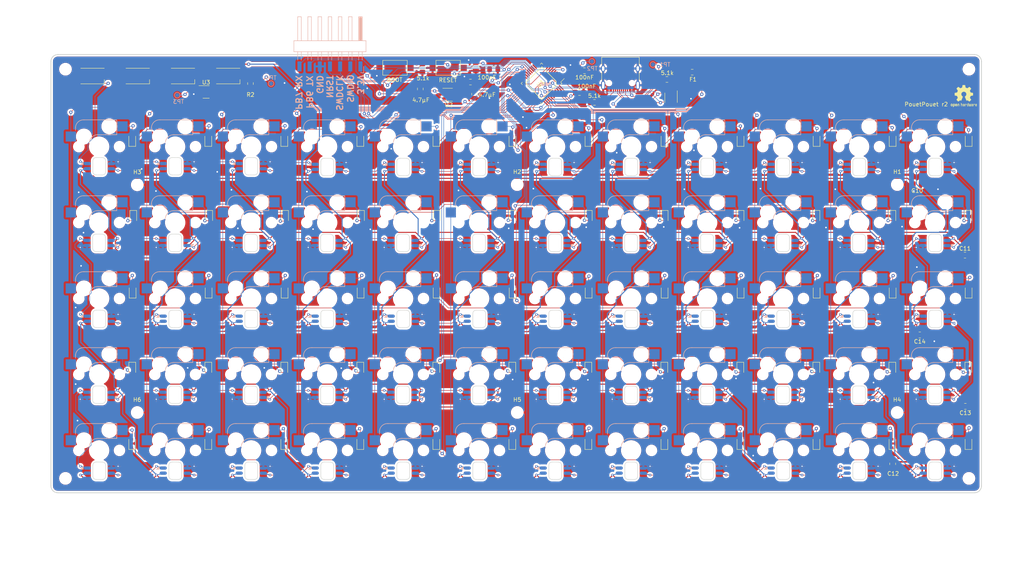
<source format=kicad_pcb>
(kicad_pcb (version 20211014) (generator pcbnew)

  (general
    (thickness 1.6)
  )

  (paper "A3")
  (title_block
    (comment 4 "AISLER Project ID: DXPKZOPX")
  )

  (layers
    (0 "F.Cu" signal)
    (31 "B.Cu" signal)
    (32 "B.Adhes" user "B.Adhesive")
    (33 "F.Adhes" user "F.Adhesive")
    (34 "B.Paste" user)
    (35 "F.Paste" user)
    (36 "B.SilkS" user "B.Silkscreen")
    (37 "F.SilkS" user "F.Silkscreen")
    (38 "B.Mask" user)
    (39 "F.Mask" user)
    (40 "Dwgs.User" user "User.Drawings")
    (41 "Cmts.User" user "User.Comments")
    (42 "Eco1.User" user "User.Eco1")
    (43 "Eco2.User" user "User.Eco2")
    (44 "Edge.Cuts" user)
    (45 "Margin" user)
    (46 "B.CrtYd" user "B.Courtyard")
    (47 "F.CrtYd" user "F.Courtyard")
    (48 "B.Fab" user)
    (49 "F.Fab" user)
  )

  (setup
    (stackup
      (layer "F.SilkS" (type "Top Silk Screen"))
      (layer "F.Paste" (type "Top Solder Paste"))
      (layer "F.Mask" (type "Top Solder Mask") (thickness 0.01))
      (layer "F.Cu" (type "copper") (thickness 0.035))
      (layer "dielectric 1" (type "core") (thickness 1.51) (material "FR4") (epsilon_r 4.5) (loss_tangent 0.02))
      (layer "B.Cu" (type "copper") (thickness 0.035))
      (layer "B.Mask" (type "Bottom Solder Mask") (color "Black") (thickness 0.01))
      (layer "B.Paste" (type "Bottom Solder Paste"))
      (layer "B.SilkS" (type "Bottom Silk Screen"))
      (copper_finish "ENIG")
      (dielectric_constraints no)
    )
    (pad_to_mask_clearance 0)
    (grid_origin 158.1021 86.231)
    (pcbplotparams
      (layerselection 0x00010f0_ffffffff)
      (disableapertmacros false)
      (usegerberextensions true)
      (usegerberattributes false)
      (usegerberadvancedattributes false)
      (creategerberjobfile false)
      (svguseinch false)
      (svgprecision 6)
      (excludeedgelayer true)
      (plotframeref false)
      (viasonmask false)
      (mode 1)
      (useauxorigin false)
      (hpglpennumber 1)
      (hpglpenspeed 20)
      (hpglpendiameter 15.000000)
      (dxfpolygonmode true)
      (dxfimperialunits true)
      (dxfusepcbnewfont true)
      (psnegative false)
      (psa4output false)
      (plotreference true)
      (plotvalue true)
      (plotinvisibletext false)
      (sketchpadsonfab false)
      (subtractmaskfromsilk true)
      (outputformat 1)
      (mirror false)
      (drillshape 0)
      (scaleselection 1)
      (outputdirectory "/tmp/gerber/")
    )
  )

  (net 0 "")
  (net 1 "GND")
  (net 2 "D+")
  (net 3 "Net-(J1-PadB5)")
  (net 4 "D-")
  (net 5 "Net-(J1-PadA5)")
  (net 6 "SWDIO")
  (net 7 "SWDCLK")
  (net 8 "COL4")
  (net 9 "COL5")
  (net 10 "COL2")
  (net 11 "COL6")
  (net 12 "COL3")
  (net 13 "COL1")
  (net 14 "Net-(R1-Pad1)")
  (net 15 "ROW1")
  (net 16 "ROW2")
  (net 17 "ROW3")
  (net 18 "ROW4")
  (net 19 "Net-(D26-Pad2)")
  (net 20 "Net-(D36-Pad2)")
  (net 21 "Net-(D35-Pad2)")
  (net 22 "Net-(D34-Pad2)")
  (net 23 "Net-(D33-Pad2)")
  (net 24 "Net-(D25-Pad2)")
  (net 25 "Net-(D24-Pad2)")
  (net 26 "Net-(D23-Pad2)")
  (net 27 "Net-(D21-Pad2)")
  (net 28 "Net-(D19-Pad2)")
  (net 29 "Net-(D16-Pad2)")
  (net 30 "Net-(D14-Pad2)")
  (net 31 "Net-(D12-Pad2)")
  (net 32 "Net-(D11-Pad2)")
  (net 33 "Net-(D15-Pad2)")
  (net 34 "Net-(D17-Pad2)")
  (net 35 "Net-(D13-Pad2)")
  (net 36 "Net-(D18-Pad2)")
  (net 37 "Net-(D22-Pad2)")
  (net 38 "Net-(D27-Pad2)")
  (net 39 "Net-(D28-Pad2)")
  (net 40 "Net-(D29-Pad2)")
  (net 41 "Net-(D31-Pad2)")
  (net 42 "Net-(D32-Pad2)")
  (net 43 "Net-(D37-Pad2)")
  (net 44 "Net-(D38-Pad2)")
  (net 45 "Net-(D39-Pad2)")
  (net 46 "Net-(D41-Pad2)")
  (net 47 "Net-(D42-Pad2)")
  (net 48 "Net-(D43-Pad2)")
  (net 49 "Net-(D44-Pad2)")
  (net 50 "Net-(D45-Pad2)")
  (net 51 "Net-(D46-Pad2)")
  (net 52 "Net-(D47-Pad2)")
  (net 53 "Net-(D48-Pad2)")
  (net 54 "Net-(D49-Pad2)")
  (net 55 "Net-(D51-Pad2)")
  (net 56 "ROW5")
  (net 57 "Net-(D52-Pad2)")
  (net 58 "Net-(D53-Pad2)")
  (net 59 "Net-(D54-Pad2)")
  (net 60 "Net-(D55-Pad2)")
  (net 61 "Net-(D56-Pad2)")
  (net 62 "Net-(D57-Pad2)")
  (net 63 "Net-(D58-Pad2)")
  (net 64 "Net-(D59-Pad2)")
  (net 65 "Net-(D110-Pad2)")
  (net 66 "Net-(D111-Pad2)")
  (net 67 "Net-(D112-Pad2)")
  (net 68 "Net-(D210-Pad2)")
  (net 69 "Net-(D211-Pad2)")
  (net 70 "Net-(D212-Pad2)")
  (net 71 "Net-(D310-Pad2)")
  (net 72 "Net-(D311-Pad2)")
  (net 73 "Net-(D312-Pad2)")
  (net 74 "Net-(D410-Pad2)")
  (net 75 "Net-(D411-Pad2)")
  (net 76 "Net-(D412-Pad2)")
  (net 77 "Net-(D510-Pad2)")
  (net 78 "Net-(D511-Pad2)")
  (net 79 "Net-(D512-Pad2)")
  (net 80 "COL7")
  (net 81 "COL8")
  (net 82 "COL9")
  (net 83 "COL10")
  (net 84 "COL11")
  (net 85 "COL12")
  (net 86 "SPI1_MOSI_PA7")
  (net 87 "U1_TX_PB6")
  (net 88 "U1_RX_PB7")
  (net 89 "NRST")
  (net 90 "+3V3")
  (net 91 "unconnected-(U1-Pad12)")
  (net 92 "Net-(R2-Pad1)")
  (net 93 "VCC")
  (net 94 "SK6812_PWR")
  (net 95 "SK6812_STATUS_OUT")
  (net 96 "Net-(SKR1C1-Pad1)")
  (net 97 "Net-(SKR1C1-Pad3)")
  (net 98 "Net-(SKR1C2-Pad3)")
  (net 99 "Net-(SKR1C3-Pad3)")
  (net 100 "Net-(SKR1C4-Pad3)")
  (net 101 "Net-(SKR1C5-Pad3)")
  (net 102 "Net-(SKR1C6-Pad3)")
  (net 103 "Net-(SKR1C7-Pad3)")
  (net 104 "Net-(SKR1C8-Pad3)")
  (net 105 "Net-(SKR1C10-Pad1)")
  (net 106 "Net-(SKR1C10-Pad3)")
  (net 107 "Net-(SKR2C1-Pad1)")
  (net 108 "Net-(SKR2C2-Pad1)")
  (net 109 "Net-(SKR2C3-Pad1)")
  (net 110 "Net-(SKR2C4-Pad1)")
  (net 111 "Net-(SKR2C5-Pad1)")
  (net 112 "Net-(SKR2C6-Pad1)")
  (net 113 "Net-(SKR2C7-Pad1)")
  (net 114 "Net-(SKR2C8-Pad1)")
  (net 115 "Net-(SKR2C10-Pad3)")
  (net 116 "Net-(SKR2C10-Pad1)")
  (net 117 "Net-(SKR2C11-Pad1)")
  (net 118 "Net-(SKR2C12-Pad1)")
  (net 119 "Net-(SKR3C1-Pad1)")
  (net 120 "Net-(SKR3C1-Pad3)")
  (net 121 "Net-(SKR3C2-Pad3)")
  (net 122 "Net-(SKR3C3-Pad3)")
  (net 123 "Net-(SKR3C4-Pad3)")
  (net 124 "Net-(SKR3C5-Pad3)")
  (net 125 "Net-(SKR3C6-Pad3)")
  (net 126 "Net-(SKR3C7-Pad3)")
  (net 127 "Net-(SKR3C8-Pad3)")
  (net 128 "Net-(SKR3C10-Pad1)")
  (net 129 "Net-(SKR3C10-Pad3)")
  (net 130 "Net-(SKR3C11-Pad3)")
  (net 131 "Net-(SKR4C1-Pad1)")
  (net 132 "Net-(SKR4C2-Pad1)")
  (net 133 "Net-(SKR4C3-Pad1)")
  (net 134 "Net-(SKR4C4-Pad1)")
  (net 135 "Net-(SKR4C5-Pad1)")
  (net 136 "Net-(SKR4C6-Pad1)")
  (net 137 "Net-(SKR4C7-Pad1)")
  (net 138 "Net-(SKR4C8-Pad1)")
  (net 139 "Net-(SKR4C10-Pad3)")
  (net 140 "Net-(SKR4C10-Pad1)")
  (net 141 "Net-(SKR4C11-Pad1)")
  (net 142 "Net-(SKR4C12-Pad1)")
  (net 143 "unconnected-(SKR5C1-Pad1)")
  (net 144 "Net-(SKR5C1-Pad3)")
  (net 145 "Net-(SKR5C2-Pad3)")
  (net 146 "Net-(SKR5C3-Pad3)")
  (net 147 "Net-(SKR5C4-Pad3)")
  (net 148 "Net-(SKR5C5-Pad3)")
  (net 149 "unconnected-(J1-PadA8)")
  (net 150 "unconnected-(J1-PadB8)")
  (net 151 "unconnected-(U1-Pad2)")
  (net 152 "unconnected-(U1-Pad3)")
  (net 153 "unconnected-(U1-Pad4)")
  (net 154 "unconnected-(U1-Pad5)")
  (net 155 "unconnected-(U1-Pad6)")
  (net 156 "Net-(SKR5C6-Pad3)")
  (net 157 "Net-(SKR5C7-Pad3)")
  (net 158 "unconnected-(U1-Pad14)")
  (net 159 "unconnected-(U1-Pad15)")
  (net 160 "unconnected-(U1-Pad16)")
  (net 161 "Net-(SKR5C8-Pad3)")
  (net 162 "Net-(SKR5C10-Pad1)")
  (net 163 "unconnected-(U1-Pad11)")
  (net 164 "unconnected-(U2-Pad4)")
  (net 165 "Net-(SKR5C10-Pad3)")
  (net 166 "Net-(SKR5C11-Pad3)")
  (net 167 "unconnected-(U1-Pad13)")
  (net 168 "unconnected-(U1-Pad29)")
  (net 169 "unconnected-(U1-Pad30)")
  (net 170 "SK6812_IN")
  (net 171 "Net-(SKR1C11-Pad3)")
  (net 172 "Net-(STAT2-Pad1)")
  (net 173 "Net-(STAT3-Pad1)")
  (net 174 "Net-(STAT1-Pad1)")

  (footprint "kicad-usb:USB_C_Receptacle_HRO_TYPE-C-31-M-12" (layer "F.Cu") (at 254.8721 84.361 180))

  (footprint "Resistor_SMD:R_0805_2012Metric_Pad1.15x1.40mm_HandSolder" (layer "F.Cu") (at 205.3621 83.181 -90))

  (footprint "Resistor_SMD:R_0805_2012Metric_Pad1.15x1.40mm_HandSolder" (layer "F.Cu") (at 248.3721 91.781 180))

  (footprint "Resistor_SMD:R_0805_2012Metric_Pad1.15x1.40mm_HandSolder" (layer "F.Cu") (at 266.4921 86.051))

  (footprint "Package_QFP:LQFP-48_7x7mm_P0.5mm" (layer "F.Cu") (at 235.1321 87.031 -135))

  (footprint "Capacitor_SMD:C_0805_2012Metric_Pad1.15x1.40mm_HandSolder" (layer "F.Cu") (at 204.8321 88.421 90))

  (footprint "Capacitor_SMD:C_0805_2012Metric_Pad1.15x1.40mm_HandSolder" (layer "F.Cu") (at 218.3921 89.731 90))

  (footprint "Capacitor_SMD:C_0805_2012Metric_Pad1.15x1.40mm_HandSolder" (layer "F.Cu") (at 223.1821 83.511 180))

  (footprint "Capacitor_SMD:C_0805_2012Metric_Pad1.15x1.40mm_HandSolder" (layer "F.Cu") (at 245.8721 83.871 180))

  (footprint "Button_Switch_SMD:SW_SPST_CK_RS282G05A3" (layer "F.Cu") (at 198.5021 83.121 180))

  (footprint "Capacitor_SMD:C_0805_2012Metric_Pad1.15x1.40mm_HandSolder" (layer "F.Cu") (at 218.7221 82.841 90))

  (footprint "Button_Switch_SMD:SW_SPST_CK_RS282G05A3" (layer "F.Cu") (at 211.8021 83.121))

  (footprint "Capacitor_SMD:C_0805_2012Metric_Pad1.15x1.40mm_HandSolder" (layer "F.Cu") (at 244.6271 89.321 180))

  (footprint "Diode_SMD:D_SOD-323" (layer "F.Cu") (at 303.9021 101.281 90))

  (footprint "Diode_SMD:D_SOD-323" (layer "F.Cu") (at 208.8521 101.281 90))

  (footprint "custom:CherryMX_Hotswap" (layer "F.Cu") (at 124.54285 178.85875))

  (footprint "custom:CherryMX_Hotswap" (layer "F.Cu") (at 124.54285 159.85875))

  (footprint "custom:CherryMX_Hotswap" (layer "F.Cu") (at 124.54285 140.85875))

  (footprint "custom:CherryMX_Hotswap" (layer "F.Cu") (at 124.54285 121.85875))

  (footprint "custom:CherryMX_Hotswap" (layer "F.Cu") (at 124.54285 102.85875))

  (footprint "custom:CherryMX_Hotswap" (layer "F.Cu") (at 143.54285 159.85875))

  (footprint "custom:CherryMX_Hotswap" (layer "F.Cu") (at 143.54285 140.85875))

  (footprint "custom:CherryMX_Hotswap" (layer "F.Cu") (at 143.54285 121.85875))

  (footprint "custom:CherryMX_Hotswap" (layer "F.Cu") (at 143.54285 102.85875))

  (footprint "custom:CherryMX_Hotswap" (layer "F.Cu") (at 162.54285 178.85875))

  (footprint "custom:CherryMX_Hotswap" (layer "F.Cu") (at 162.54285 159.85875))

  (footprint "custom:CherryMX_Hotswap" (layer "F.Cu") (at 162.54285 140.85875))

  (footprint "custom:CherryMX_Hotswap" (layer "F.Cu") (at 162.54285 121.85875))

  (footprint "custom:CherryMX_Hotswap" (layer "F.Cu") (at 162.54285 102.85875))

  (footprint "custom:CherryMX_Hotswap" (layer "F.Cu") (at 181.54285 178.85875))

  (footprint "custom:CherryMX_Hotswap" (layer "F.Cu") (at 181.54285 159.85875))

  (footprint "custom:CherryMX_Hotswap" (layer "F.Cu") (at 181.54285 140.85875))

  (footprint "custom:CherryMX_Hotswap" (layer "F.Cu") (at 181.54285 121.85875))

  (footprint "custom:CherryMX_Hotswap" (layer "F.Cu") (at 181.54285 102.85875))

  (footprint "custom:CherryMX_Hotswap" (layer "F.Cu") (at 200.54285 178.85875))

  (footprint "custom:CherryMX_Hotswap" (layer "F.Cu") (at 200.54285 159.85875))

  (footprint "custom:CherryMX_Hotswap" (layer "F.Cu") (at 200.54285 140.85875))

  (footprint "custom:CherryMX_Hotswap" (layer "F.Cu") (at 200.54285 121.85875))

  (footprint "Diode_SMD:D_SOD-323" (layer "F.Cu") (at 322.9121 101.281 90))

  (footprint "Diode_SMD:D_SOD-323" (layer "F.Cu") (at 284.8921 101.281 90))

  (footprint "Diode_SMD:D_SOD-323" (layer "F.Cu") (at 189.99937 120.324636 -90))

  (footprint "Diode_SMD:D_SOD-323" (layer "F.Cu") (at 208.97846 120.324636 -90))

  (footprint "Diode_SMD:D_SOD-323" (layer "F.Cu") (at 227.95755 120.324636 -90))

  (footprint "custom:CherryMX_Hotswap" (layer "F.Cu") (at 314.54285 140.85875))

  (footprint "custom:CherryMX_Hotswap" (layer "F.Cu") (at 314.54285 102.85875))

  (footprint "custom:CherryMX_Hotswap" (layer "F.Cu")
    (tedit 5F70BC32) (tstamp 00000000-0000-0000-0000-00005f50295e)
    (at 333.54285 178.85875)
    (property "Sheetfile" "pouetpouet.kicad_sch")
    (property "Sheetname" "")
    (path "/00000000-0000-0000-0000-00005f728054")
    (attr th
... [5900141 chars truncated]
</source>
